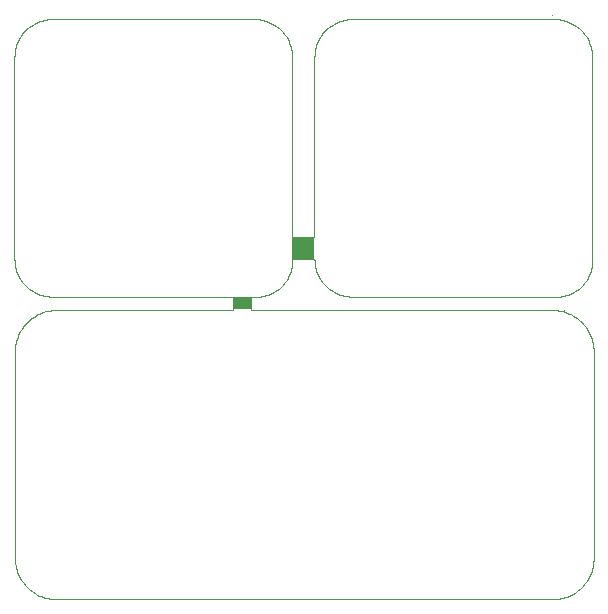
<source format=gts>
G75*
G70*
%OFA0B0*%
%FSLAX24Y24*%
%IPPOS*%
%LPD*%
%AMOC8*
5,1,8,0,0,1.08239X$1,22.5*
%
%ADD10C,0.0000*%
%ADD11R,0.0750X0.0750*%
%ADD12R,0.0591X0.0443*%
D10*
X001489Y001583D02*
X001492Y001583D01*
X018027Y001583D01*
X018030Y001583D01*
X018027Y001583D02*
X018099Y001585D01*
X018171Y001591D01*
X018243Y001600D01*
X018314Y001613D01*
X018384Y001630D01*
X018453Y001650D01*
X018521Y001675D01*
X018587Y001702D01*
X018653Y001733D01*
X018716Y001768D01*
X018778Y001805D01*
X018837Y001846D01*
X018894Y001890D01*
X018949Y001937D01*
X019001Y001987D01*
X019051Y002039D01*
X019098Y002094D01*
X019142Y002151D01*
X019183Y002210D01*
X019220Y002272D01*
X019255Y002335D01*
X019286Y002401D01*
X019313Y002467D01*
X019338Y002535D01*
X019358Y002604D01*
X019375Y002674D01*
X019388Y002745D01*
X019397Y002817D01*
X019403Y002889D01*
X019405Y002961D01*
X019405Y009851D01*
X019403Y009923D01*
X019397Y009995D01*
X019388Y010067D01*
X019375Y010138D01*
X019358Y010208D01*
X019338Y010277D01*
X019313Y010345D01*
X019286Y010411D01*
X019255Y010477D01*
X019220Y010540D01*
X019183Y010602D01*
X019142Y010661D01*
X019098Y010718D01*
X019051Y010773D01*
X019001Y010825D01*
X018949Y010875D01*
X018894Y010922D01*
X018837Y010966D01*
X018778Y011007D01*
X018716Y011044D01*
X018653Y011079D01*
X018587Y011110D01*
X018521Y011137D01*
X018453Y011162D01*
X018384Y011182D01*
X018314Y011199D01*
X018243Y011212D01*
X018171Y011221D01*
X018099Y011227D01*
X018027Y011229D01*
X007988Y011229D01*
X007988Y011672D01*
X008100Y011672D01*
X007397Y011672D02*
X007397Y011229D01*
X001492Y011229D01*
X001489Y011229D01*
X001350Y011672D02*
X007397Y011672D01*
X008100Y011672D02*
X008166Y011670D01*
X008232Y011672D01*
X008298Y011678D01*
X008364Y011687D01*
X008429Y011700D01*
X008494Y011717D01*
X008557Y011737D01*
X008619Y011761D01*
X008679Y011788D01*
X008738Y011819D01*
X008796Y011853D01*
X008851Y011890D01*
X008904Y011930D01*
X008954Y011973D01*
X009003Y012018D01*
X009048Y012067D01*
X009091Y012117D01*
X009131Y012170D01*
X009168Y012225D01*
X009202Y012283D01*
X009233Y012342D01*
X009260Y012402D01*
X009284Y012464D01*
X009304Y012527D01*
X009321Y012592D01*
X009334Y012657D01*
X009343Y012723D01*
X009349Y012789D01*
X009351Y012855D01*
X009349Y012921D01*
X009350Y012922D02*
X010100Y012922D01*
X010100Y013672D02*
X010100Y019672D01*
X009350Y019672D02*
X009350Y013672D01*
X010100Y013672D01*
X010100Y012922D02*
X010102Y012854D01*
X010107Y012787D01*
X010116Y012720D01*
X010129Y012653D01*
X010146Y012588D01*
X010165Y012523D01*
X010189Y012459D01*
X010216Y012397D01*
X010246Y012336D01*
X010279Y012278D01*
X010315Y012221D01*
X010355Y012166D01*
X010397Y012113D01*
X010443Y012062D01*
X010490Y012015D01*
X010541Y011969D01*
X010594Y011927D01*
X010649Y011887D01*
X010706Y011851D01*
X010764Y011818D01*
X010825Y011788D01*
X010887Y011761D01*
X010951Y011737D01*
X011016Y011718D01*
X011081Y011701D01*
X011148Y011688D01*
X011215Y011679D01*
X011282Y011674D01*
X011350Y011672D01*
X018100Y011672D01*
X018421Y011229D02*
X018424Y011229D01*
X018100Y011672D02*
X018166Y011670D01*
X018232Y011672D01*
X018298Y011678D01*
X018364Y011687D01*
X018429Y011700D01*
X018494Y011717D01*
X018557Y011737D01*
X018619Y011761D01*
X018679Y011788D01*
X018738Y011819D01*
X018796Y011853D01*
X018851Y011890D01*
X018904Y011930D01*
X018954Y011973D01*
X019003Y012018D01*
X019048Y012067D01*
X019091Y012117D01*
X019131Y012170D01*
X019168Y012225D01*
X019202Y012283D01*
X019233Y012342D01*
X019260Y012402D01*
X019284Y012464D01*
X019304Y012527D01*
X019321Y012592D01*
X019334Y012657D01*
X019343Y012723D01*
X019349Y012789D01*
X019351Y012855D01*
X019349Y012921D01*
X019350Y012922D02*
X019350Y019672D01*
X019348Y019740D01*
X019343Y019807D01*
X019334Y019874D01*
X019321Y019941D01*
X019304Y020006D01*
X019285Y020071D01*
X019261Y020135D01*
X019234Y020197D01*
X019204Y020258D01*
X019171Y020316D01*
X019135Y020373D01*
X019095Y020428D01*
X019053Y020481D01*
X019007Y020532D01*
X018960Y020579D01*
X018909Y020625D01*
X018856Y020667D01*
X018801Y020707D01*
X018744Y020743D01*
X018686Y020776D01*
X018625Y020806D01*
X018563Y020833D01*
X018499Y020857D01*
X018434Y020876D01*
X018369Y020893D01*
X018302Y020906D01*
X018235Y020915D01*
X018168Y020920D01*
X018100Y020922D01*
X018137Y020922D02*
X011350Y020922D01*
X011282Y020920D01*
X011215Y020915D01*
X011148Y020906D01*
X011081Y020893D01*
X011016Y020876D01*
X010951Y020857D01*
X010887Y020833D01*
X010825Y020806D01*
X010764Y020776D01*
X010706Y020743D01*
X010649Y020707D01*
X010594Y020667D01*
X010541Y020625D01*
X010490Y020579D01*
X010443Y020532D01*
X010397Y020481D01*
X010355Y020428D01*
X010315Y020373D01*
X010279Y020316D01*
X010246Y020258D01*
X010216Y020197D01*
X010189Y020135D01*
X010165Y020071D01*
X010146Y020006D01*
X010129Y019941D01*
X010116Y019874D01*
X010107Y019807D01*
X010102Y019740D01*
X010100Y019672D01*
X009350Y019672D02*
X009348Y019740D01*
X009343Y019807D01*
X009334Y019874D01*
X009321Y019941D01*
X009304Y020006D01*
X009285Y020071D01*
X009261Y020135D01*
X009234Y020197D01*
X009204Y020258D01*
X009171Y020316D01*
X009135Y020373D01*
X009095Y020428D01*
X009053Y020481D01*
X009007Y020532D01*
X008960Y020579D01*
X008909Y020625D01*
X008856Y020667D01*
X008801Y020707D01*
X008744Y020743D01*
X008686Y020776D01*
X008625Y020806D01*
X008563Y020833D01*
X008499Y020857D01*
X008434Y020876D01*
X008369Y020893D01*
X008302Y020906D01*
X008235Y020915D01*
X008168Y020920D01*
X008100Y020922D01*
X001350Y020922D01*
X001282Y020920D01*
X001215Y020915D01*
X001148Y020906D01*
X001081Y020893D01*
X001016Y020876D01*
X000951Y020857D01*
X000887Y020833D01*
X000825Y020806D01*
X000764Y020776D01*
X000706Y020743D01*
X000649Y020707D01*
X000594Y020667D01*
X000541Y020625D01*
X000490Y020579D01*
X000443Y020532D01*
X000397Y020481D01*
X000355Y020428D01*
X000315Y020373D01*
X000279Y020316D01*
X000246Y020258D01*
X000216Y020197D01*
X000189Y020135D01*
X000165Y020071D01*
X000146Y020006D01*
X000129Y019941D01*
X000116Y019874D01*
X000107Y019807D01*
X000102Y019740D01*
X000100Y019672D01*
X000100Y012922D01*
X000102Y012854D01*
X000107Y012787D01*
X000116Y012720D01*
X000129Y012653D01*
X000146Y012588D01*
X000165Y012523D01*
X000189Y012459D01*
X000216Y012397D01*
X000246Y012336D01*
X000279Y012278D01*
X000315Y012221D01*
X000355Y012166D01*
X000397Y012113D01*
X000443Y012062D01*
X000490Y012015D01*
X000541Y011969D01*
X000594Y011927D01*
X000649Y011887D01*
X000706Y011851D01*
X000764Y011818D01*
X000825Y011788D01*
X000887Y011761D01*
X000951Y011737D01*
X001016Y011718D01*
X001081Y011701D01*
X001148Y011688D01*
X001215Y011679D01*
X001282Y011674D01*
X001350Y011672D01*
X001492Y011229D02*
X001420Y011227D01*
X001348Y011221D01*
X001276Y011212D01*
X001205Y011199D01*
X001135Y011182D01*
X001066Y011162D01*
X000998Y011137D01*
X000932Y011110D01*
X000866Y011079D01*
X000803Y011044D01*
X000741Y011007D01*
X000682Y010966D01*
X000625Y010922D01*
X000570Y010875D01*
X000518Y010825D01*
X000468Y010773D01*
X000421Y010718D01*
X000377Y010661D01*
X000336Y010602D01*
X000299Y010540D01*
X000264Y010477D01*
X000233Y010411D01*
X000206Y010345D01*
X000181Y010277D01*
X000161Y010208D01*
X000144Y010138D01*
X000131Y010067D01*
X000122Y009995D01*
X000116Y009923D01*
X000114Y009851D01*
X000114Y009854D01*
X000114Y009851D02*
X000114Y003001D01*
X000114Y002958D01*
X000113Y003001D02*
X000114Y002928D01*
X000119Y002854D01*
X000127Y002782D01*
X000140Y002710D01*
X000156Y002638D01*
X000175Y002568D01*
X000199Y002498D01*
X000226Y002430D01*
X000257Y002364D01*
X000291Y002299D01*
X000328Y002236D01*
X000369Y002175D01*
X000412Y002117D01*
X000459Y002060D01*
X000509Y002006D01*
X000561Y001955D01*
X000616Y001907D01*
X000673Y001862D01*
X000733Y001819D01*
X000795Y001780D01*
X000859Y001744D01*
X000924Y001712D01*
X000992Y001683D01*
X001060Y001658D01*
X001130Y001636D01*
X001201Y001618D01*
X001273Y001603D01*
X001345Y001593D01*
X001418Y001586D01*
X001491Y001583D01*
X018027Y021072D02*
X018030Y021072D01*
D11*
X009725Y013297D03*
D12*
X007693Y011450D03*
M02*

</source>
